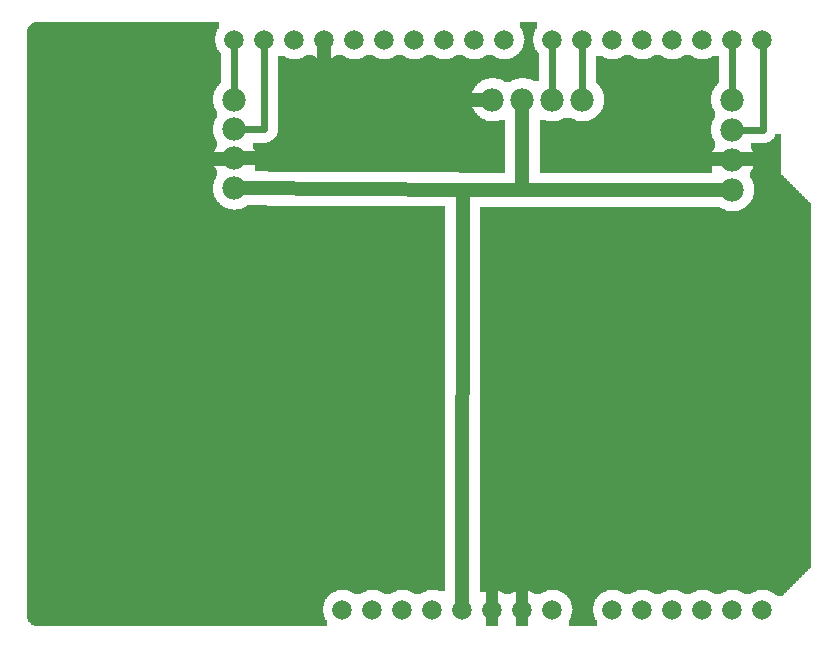
<source format=gbl>
G04 MADE WITH FRITZING*
G04 WWW.FRITZING.ORG*
G04 DOUBLE SIDED*
G04 HOLES PLATED*
G04 CONTOUR ON CENTER OF CONTOUR VECTOR*
%ASAXBY*%
%FSLAX23Y23*%
%MOIN*%
%OFA0B0*%
%SFA1.0B1.0*%
%ADD10C,0.075000*%
%ADD11C,0.065278*%
%ADD12C,0.078000*%
%ADD13C,0.024000*%
%ADD14C,0.048000*%
%LNCOPPER0*%
G90*
G70*
G54D10*
X130Y1983D03*
X965Y1816D03*
X2019Y1866D03*
X2528Y1501D03*
G54D11*
X2101Y103D03*
X2201Y103D03*
X2301Y103D03*
X2401Y103D03*
X2501Y103D03*
X1641Y2003D03*
X1541Y2003D03*
X1441Y2003D03*
X1341Y2003D03*
X1241Y2003D03*
X1141Y2003D03*
X1041Y2003D03*
X941Y2003D03*
X841Y2003D03*
X741Y2003D03*
X2501Y2003D03*
X2401Y2003D03*
X2301Y2003D03*
X2201Y2003D03*
X2101Y2003D03*
X2001Y2003D03*
X1901Y2003D03*
X1801Y2003D03*
X1201Y103D03*
X1101Y103D03*
X1301Y103D03*
X1401Y103D03*
X1501Y103D03*
X1601Y103D03*
X1701Y103D03*
X1801Y103D03*
X2001Y103D03*
G54D12*
X2401Y1803D03*
X2401Y1703D03*
X2401Y1603D03*
X2401Y1503D03*
X1901Y1803D03*
X1801Y1803D03*
X1701Y1803D03*
X1601Y1803D03*
X741Y1508D03*
X741Y1607D03*
X741Y1705D03*
X741Y1803D03*
G54D13*
X2503Y1703D02*
X2420Y1703D01*
D02*
X2502Y1983D02*
X2503Y1703D01*
D02*
X2401Y1822D02*
X2401Y1983D01*
D02*
X1801Y1983D02*
X1801Y1822D01*
D02*
X1901Y1983D02*
X1901Y1822D01*
G54D14*
D02*
X1502Y1503D02*
X2382Y1503D01*
D02*
X1501Y124D02*
X1502Y1503D01*
D02*
X1701Y1503D02*
X1701Y1784D01*
D02*
X2382Y1503D02*
X1701Y1503D01*
D02*
X1502Y1503D02*
X760Y1508D01*
D02*
X1501Y124D02*
X1502Y1503D01*
G54D13*
D02*
X841Y1705D02*
X760Y1705D01*
D02*
X841Y1983D02*
X841Y1705D01*
D02*
X741Y1822D02*
X741Y1983D01*
G54D14*
D02*
X1041Y1607D02*
X1041Y1983D01*
D02*
X760Y1607D02*
X1041Y1607D01*
D02*
X2382Y1604D02*
X2100Y1605D01*
D02*
X2100Y1605D02*
X2050Y1844D01*
D02*
X501Y1605D02*
X722Y1606D01*
D02*
X130Y1982D02*
X501Y1605D01*
D02*
X1601Y1803D02*
X1023Y1800D01*
D02*
X2420Y1604D02*
X2503Y1605D01*
D02*
X2503Y1605D02*
X2551Y1480D01*
G36*
X74Y2061D02*
X74Y2059D01*
X68Y2059D01*
X68Y2057D01*
X66Y2057D01*
X66Y2055D01*
X62Y2055D01*
X62Y2053D01*
X60Y2053D01*
X60Y2051D01*
X58Y2051D01*
X58Y2049D01*
X56Y2049D01*
X56Y2045D01*
X54Y2045D01*
X54Y2043D01*
X52Y2043D01*
X52Y2037D01*
X50Y2037D01*
X50Y1435D01*
X736Y1435D01*
X736Y1437D01*
X724Y1437D01*
X724Y1439D01*
X718Y1439D01*
X718Y1441D01*
X712Y1441D01*
X712Y1443D01*
X708Y1443D01*
X708Y1445D01*
X704Y1445D01*
X704Y1447D01*
X702Y1447D01*
X702Y1449D01*
X698Y1449D01*
X698Y1451D01*
X696Y1451D01*
X696Y1453D01*
X694Y1453D01*
X694Y1455D01*
X692Y1455D01*
X692Y1457D01*
X690Y1457D01*
X690Y1459D01*
X688Y1459D01*
X688Y1461D01*
X686Y1461D01*
X686Y1463D01*
X684Y1463D01*
X684Y1465D01*
X682Y1465D01*
X682Y1469D01*
X680Y1469D01*
X680Y1473D01*
X678Y1473D01*
X678Y1475D01*
X676Y1475D01*
X676Y1479D01*
X674Y1479D01*
X674Y1485D01*
X672Y1485D01*
X672Y1493D01*
X670Y1493D01*
X670Y1523D01*
X672Y1523D01*
X672Y1529D01*
X674Y1529D01*
X674Y1535D01*
X676Y1535D01*
X676Y1539D01*
X678Y1539D01*
X678Y1543D01*
X680Y1543D01*
X680Y1547D01*
X682Y1547D01*
X682Y1567D01*
X680Y1567D01*
X680Y1571D01*
X678Y1571D01*
X678Y1575D01*
X676Y1575D01*
X676Y1579D01*
X674Y1579D01*
X674Y1583D01*
X672Y1583D01*
X672Y1591D01*
X670Y1591D01*
X670Y1621D01*
X672Y1621D01*
X672Y1629D01*
X674Y1629D01*
X674Y1633D01*
X676Y1633D01*
X676Y1639D01*
X678Y1639D01*
X678Y1641D01*
X680Y1641D01*
X680Y1645D01*
X682Y1645D01*
X682Y1665D01*
X680Y1665D01*
X680Y1669D01*
X678Y1669D01*
X678Y1673D01*
X676Y1673D01*
X676Y1677D01*
X674Y1677D01*
X674Y1683D01*
X672Y1683D01*
X672Y1689D01*
X670Y1689D01*
X670Y1719D01*
X672Y1719D01*
X672Y1727D01*
X674Y1727D01*
X674Y1733D01*
X676Y1733D01*
X676Y1737D01*
X678Y1737D01*
X678Y1741D01*
X680Y1741D01*
X680Y1743D01*
X682Y1743D01*
X682Y1765D01*
X680Y1765D01*
X680Y1767D01*
X678Y1767D01*
X678Y1771D01*
X676Y1771D01*
X676Y1775D01*
X674Y1775D01*
X674Y1781D01*
X672Y1781D01*
X672Y1787D01*
X670Y1787D01*
X670Y1819D01*
X672Y1819D01*
X672Y1825D01*
X674Y1825D01*
X674Y1831D01*
X676Y1831D01*
X676Y1835D01*
X678Y1835D01*
X678Y1839D01*
X680Y1839D01*
X680Y1841D01*
X682Y1841D01*
X682Y1845D01*
X684Y1845D01*
X684Y1847D01*
X686Y1847D01*
X686Y1849D01*
X688Y1849D01*
X688Y1853D01*
X690Y1853D01*
X690Y1855D01*
X692Y1855D01*
X692Y1857D01*
X696Y1857D01*
X696Y1957D01*
X694Y1957D01*
X694Y1959D01*
X692Y1959D01*
X692Y1961D01*
X690Y1961D01*
X690Y1963D01*
X688Y1963D01*
X688Y1967D01*
X686Y1967D01*
X686Y1969D01*
X684Y1969D01*
X684Y1973D01*
X682Y1973D01*
X682Y1977D01*
X680Y1977D01*
X680Y1983D01*
X678Y1983D01*
X678Y1991D01*
X676Y1991D01*
X676Y2015D01*
X678Y2015D01*
X678Y2023D01*
X680Y2023D01*
X680Y2029D01*
X682Y2029D01*
X682Y2033D01*
X684Y2033D01*
X684Y2037D01*
X686Y2037D01*
X686Y2039D01*
X688Y2039D01*
X688Y2061D01*
X74Y2061D01*
G37*
D02*
G36*
X784Y1451D02*
X784Y1449D01*
X782Y1449D01*
X782Y1447D01*
X778Y1447D01*
X778Y1445D01*
X774Y1445D01*
X774Y1443D01*
X770Y1443D01*
X770Y1441D01*
X766Y1441D01*
X766Y1439D01*
X760Y1439D01*
X760Y1437D01*
X746Y1437D01*
X746Y1435D01*
X1444Y1435D01*
X1444Y1447D01*
X1168Y1447D01*
X1168Y1449D01*
X850Y1449D01*
X850Y1451D01*
X784Y1451D01*
G37*
D02*
G36*
X50Y1435D02*
X50Y1433D01*
X1444Y1433D01*
X1444Y1435D01*
X50Y1435D01*
G37*
D02*
G36*
X50Y1435D02*
X50Y1433D01*
X1444Y1433D01*
X1444Y1435D01*
X50Y1435D01*
G37*
D02*
G36*
X50Y1433D02*
X50Y169D01*
X1410Y169D01*
X1410Y167D01*
X1420Y167D01*
X1420Y165D01*
X1444Y165D01*
X1444Y1433D01*
X50Y1433D01*
G37*
D02*
G36*
X50Y169D02*
X50Y71D01*
X52Y71D01*
X52Y67D01*
X54Y67D01*
X54Y63D01*
X56Y63D01*
X56Y61D01*
X58Y61D01*
X58Y59D01*
X60Y59D01*
X60Y57D01*
X62Y57D01*
X62Y55D01*
X64Y55D01*
X64Y53D01*
X68Y53D01*
X68Y51D01*
X72Y51D01*
X72Y49D01*
X78Y49D01*
X78Y47D01*
X1048Y47D01*
X1048Y67D01*
X1046Y67D01*
X1046Y69D01*
X1044Y69D01*
X1044Y73D01*
X1042Y73D01*
X1042Y77D01*
X1040Y77D01*
X1040Y83D01*
X1038Y83D01*
X1038Y91D01*
X1036Y91D01*
X1036Y115D01*
X1038Y115D01*
X1038Y123D01*
X1040Y123D01*
X1040Y129D01*
X1042Y129D01*
X1042Y133D01*
X1044Y133D01*
X1044Y137D01*
X1046Y137D01*
X1046Y139D01*
X1048Y139D01*
X1048Y143D01*
X1050Y143D01*
X1050Y145D01*
X1052Y145D01*
X1052Y147D01*
X1054Y147D01*
X1054Y149D01*
X1056Y149D01*
X1056Y151D01*
X1058Y151D01*
X1058Y153D01*
X1060Y153D01*
X1060Y155D01*
X1064Y155D01*
X1064Y157D01*
X1066Y157D01*
X1066Y159D01*
X1070Y159D01*
X1070Y161D01*
X1074Y161D01*
X1074Y163D01*
X1078Y163D01*
X1078Y165D01*
X1084Y165D01*
X1084Y167D01*
X1094Y167D01*
X1094Y169D01*
X50Y169D01*
G37*
D02*
G36*
X1110Y169D02*
X1110Y167D01*
X1120Y167D01*
X1120Y165D01*
X1126Y165D01*
X1126Y163D01*
X1130Y163D01*
X1130Y161D01*
X1134Y161D01*
X1134Y159D01*
X1136Y159D01*
X1136Y157D01*
X1140Y157D01*
X1140Y155D01*
X1164Y155D01*
X1164Y157D01*
X1166Y157D01*
X1166Y159D01*
X1170Y159D01*
X1170Y161D01*
X1174Y161D01*
X1174Y163D01*
X1178Y163D01*
X1178Y165D01*
X1184Y165D01*
X1184Y167D01*
X1194Y167D01*
X1194Y169D01*
X1110Y169D01*
G37*
D02*
G36*
X1210Y169D02*
X1210Y167D01*
X1220Y167D01*
X1220Y165D01*
X1226Y165D01*
X1226Y163D01*
X1230Y163D01*
X1230Y161D01*
X1234Y161D01*
X1234Y159D01*
X1236Y159D01*
X1236Y157D01*
X1240Y157D01*
X1240Y155D01*
X1264Y155D01*
X1264Y157D01*
X1266Y157D01*
X1266Y159D01*
X1270Y159D01*
X1270Y161D01*
X1274Y161D01*
X1274Y163D01*
X1278Y163D01*
X1278Y165D01*
X1284Y165D01*
X1284Y167D01*
X1294Y167D01*
X1294Y169D01*
X1210Y169D01*
G37*
D02*
G36*
X1310Y169D02*
X1310Y167D01*
X1320Y167D01*
X1320Y165D01*
X1326Y165D01*
X1326Y163D01*
X1330Y163D01*
X1330Y161D01*
X1334Y161D01*
X1334Y159D01*
X1336Y159D01*
X1336Y157D01*
X1340Y157D01*
X1340Y155D01*
X1364Y155D01*
X1364Y157D01*
X1366Y157D01*
X1366Y159D01*
X1370Y159D01*
X1370Y161D01*
X1374Y161D01*
X1374Y163D01*
X1378Y163D01*
X1378Y165D01*
X1384Y165D01*
X1384Y167D01*
X1394Y167D01*
X1394Y169D01*
X1310Y169D01*
G37*
D02*
G36*
X1694Y2061D02*
X1694Y2041D01*
X1696Y2041D01*
X1696Y2037D01*
X1698Y2037D01*
X1698Y2035D01*
X1700Y2035D01*
X1700Y2031D01*
X1702Y2031D01*
X1702Y2025D01*
X1704Y2025D01*
X1704Y2019D01*
X1706Y2019D01*
X1706Y2005D01*
X1708Y2005D01*
X1708Y2001D01*
X1706Y2001D01*
X1706Y1987D01*
X1704Y1987D01*
X1704Y1981D01*
X1702Y1981D01*
X1702Y1975D01*
X1700Y1975D01*
X1700Y1971D01*
X1698Y1971D01*
X1698Y1969D01*
X1696Y1969D01*
X1696Y1965D01*
X1694Y1965D01*
X1694Y1963D01*
X1692Y1963D01*
X1692Y1961D01*
X1690Y1961D01*
X1690Y1957D01*
X1688Y1957D01*
X1688Y1955D01*
X1684Y1955D01*
X1684Y1953D01*
X1682Y1953D01*
X1682Y1951D01*
X1680Y1951D01*
X1680Y1949D01*
X1676Y1949D01*
X1676Y1947D01*
X1674Y1947D01*
X1674Y1945D01*
X1670Y1945D01*
X1670Y1943D01*
X1666Y1943D01*
X1666Y1941D01*
X1660Y1941D01*
X1660Y1939D01*
X1650Y1939D01*
X1650Y1937D01*
X1756Y1937D01*
X1756Y1957D01*
X1754Y1957D01*
X1754Y1959D01*
X1752Y1959D01*
X1752Y1961D01*
X1750Y1961D01*
X1750Y1963D01*
X1748Y1963D01*
X1748Y1967D01*
X1746Y1967D01*
X1746Y1969D01*
X1744Y1969D01*
X1744Y1973D01*
X1742Y1973D01*
X1742Y1977D01*
X1740Y1977D01*
X1740Y1983D01*
X1738Y1983D01*
X1738Y1991D01*
X1736Y1991D01*
X1736Y2015D01*
X1738Y2015D01*
X1738Y2023D01*
X1740Y2023D01*
X1740Y2029D01*
X1742Y2029D01*
X1742Y2033D01*
X1744Y2033D01*
X1744Y2037D01*
X1746Y2037D01*
X1746Y2039D01*
X1748Y2039D01*
X1748Y2061D01*
X1694Y2061D01*
G37*
D02*
G36*
X980Y1951D02*
X980Y1949D01*
X976Y1949D01*
X976Y1947D01*
X974Y1947D01*
X974Y1945D01*
X970Y1945D01*
X970Y1943D01*
X966Y1943D01*
X966Y1941D01*
X960Y1941D01*
X960Y1939D01*
X950Y1939D01*
X950Y1937D01*
X1032Y1937D01*
X1032Y1939D01*
X1024Y1939D01*
X1024Y1941D01*
X1018Y1941D01*
X1018Y1943D01*
X1012Y1943D01*
X1012Y1945D01*
X1010Y1945D01*
X1010Y1947D01*
X1006Y1947D01*
X1006Y1949D01*
X1004Y1949D01*
X1004Y1951D01*
X980Y1951D01*
G37*
D02*
G36*
X1080Y1951D02*
X1080Y1949D01*
X1076Y1949D01*
X1076Y1947D01*
X1074Y1947D01*
X1074Y1945D01*
X1070Y1945D01*
X1070Y1943D01*
X1066Y1943D01*
X1066Y1941D01*
X1060Y1941D01*
X1060Y1939D01*
X1050Y1939D01*
X1050Y1937D01*
X1132Y1937D01*
X1132Y1939D01*
X1124Y1939D01*
X1124Y1941D01*
X1118Y1941D01*
X1118Y1943D01*
X1112Y1943D01*
X1112Y1945D01*
X1110Y1945D01*
X1110Y1947D01*
X1106Y1947D01*
X1106Y1949D01*
X1104Y1949D01*
X1104Y1951D01*
X1080Y1951D01*
G37*
D02*
G36*
X1180Y1951D02*
X1180Y1949D01*
X1176Y1949D01*
X1176Y1947D01*
X1174Y1947D01*
X1174Y1945D01*
X1170Y1945D01*
X1170Y1943D01*
X1166Y1943D01*
X1166Y1941D01*
X1160Y1941D01*
X1160Y1939D01*
X1150Y1939D01*
X1150Y1937D01*
X1232Y1937D01*
X1232Y1939D01*
X1224Y1939D01*
X1224Y1941D01*
X1218Y1941D01*
X1218Y1943D01*
X1212Y1943D01*
X1212Y1945D01*
X1210Y1945D01*
X1210Y1947D01*
X1206Y1947D01*
X1206Y1949D01*
X1204Y1949D01*
X1204Y1951D01*
X1180Y1951D01*
G37*
D02*
G36*
X1280Y1951D02*
X1280Y1949D01*
X1276Y1949D01*
X1276Y1947D01*
X1274Y1947D01*
X1274Y1945D01*
X1270Y1945D01*
X1270Y1943D01*
X1266Y1943D01*
X1266Y1941D01*
X1260Y1941D01*
X1260Y1939D01*
X1250Y1939D01*
X1250Y1937D01*
X1332Y1937D01*
X1332Y1939D01*
X1324Y1939D01*
X1324Y1941D01*
X1318Y1941D01*
X1318Y1943D01*
X1312Y1943D01*
X1312Y1945D01*
X1310Y1945D01*
X1310Y1947D01*
X1306Y1947D01*
X1306Y1949D01*
X1304Y1949D01*
X1304Y1951D01*
X1280Y1951D01*
G37*
D02*
G36*
X1380Y1951D02*
X1380Y1949D01*
X1376Y1949D01*
X1376Y1947D01*
X1374Y1947D01*
X1374Y1945D01*
X1370Y1945D01*
X1370Y1943D01*
X1366Y1943D01*
X1366Y1941D01*
X1360Y1941D01*
X1360Y1939D01*
X1350Y1939D01*
X1350Y1937D01*
X1432Y1937D01*
X1432Y1939D01*
X1424Y1939D01*
X1424Y1941D01*
X1418Y1941D01*
X1418Y1943D01*
X1412Y1943D01*
X1412Y1945D01*
X1410Y1945D01*
X1410Y1947D01*
X1406Y1947D01*
X1406Y1949D01*
X1404Y1949D01*
X1404Y1951D01*
X1380Y1951D01*
G37*
D02*
G36*
X1480Y1951D02*
X1480Y1949D01*
X1476Y1949D01*
X1476Y1947D01*
X1474Y1947D01*
X1474Y1945D01*
X1470Y1945D01*
X1470Y1943D01*
X1466Y1943D01*
X1466Y1941D01*
X1460Y1941D01*
X1460Y1939D01*
X1450Y1939D01*
X1450Y1937D01*
X1532Y1937D01*
X1532Y1939D01*
X1524Y1939D01*
X1524Y1941D01*
X1518Y1941D01*
X1518Y1943D01*
X1512Y1943D01*
X1512Y1945D01*
X1510Y1945D01*
X1510Y1947D01*
X1506Y1947D01*
X1506Y1949D01*
X1504Y1949D01*
X1504Y1951D01*
X1480Y1951D01*
G37*
D02*
G36*
X1580Y1951D02*
X1580Y1949D01*
X1576Y1949D01*
X1576Y1947D01*
X1574Y1947D01*
X1574Y1945D01*
X1570Y1945D01*
X1570Y1943D01*
X1566Y1943D01*
X1566Y1941D01*
X1560Y1941D01*
X1560Y1939D01*
X1550Y1939D01*
X1550Y1937D01*
X1632Y1937D01*
X1632Y1939D01*
X1624Y1939D01*
X1624Y1941D01*
X1618Y1941D01*
X1618Y1943D01*
X1612Y1943D01*
X1612Y1945D01*
X1610Y1945D01*
X1610Y1947D01*
X1606Y1947D01*
X1606Y1949D01*
X1604Y1949D01*
X1604Y1951D01*
X1580Y1951D01*
G37*
D02*
G36*
X886Y1949D02*
X886Y1937D01*
X932Y1937D01*
X932Y1939D01*
X924Y1939D01*
X924Y1941D01*
X918Y1941D01*
X918Y1943D01*
X912Y1943D01*
X912Y1945D01*
X910Y1945D01*
X910Y1947D01*
X906Y1947D01*
X906Y1949D01*
X886Y1949D01*
G37*
D02*
G36*
X886Y1937D02*
X886Y1935D01*
X1756Y1935D01*
X1756Y1937D01*
X886Y1937D01*
G37*
D02*
G36*
X886Y1937D02*
X886Y1935D01*
X1756Y1935D01*
X1756Y1937D01*
X886Y1937D01*
G37*
D02*
G36*
X886Y1937D02*
X886Y1935D01*
X1756Y1935D01*
X1756Y1937D01*
X886Y1937D01*
G37*
D02*
G36*
X886Y1937D02*
X886Y1935D01*
X1756Y1935D01*
X1756Y1937D01*
X886Y1937D01*
G37*
D02*
G36*
X886Y1937D02*
X886Y1935D01*
X1756Y1935D01*
X1756Y1937D01*
X886Y1937D01*
G37*
D02*
G36*
X886Y1937D02*
X886Y1935D01*
X1756Y1935D01*
X1756Y1937D01*
X886Y1937D01*
G37*
D02*
G36*
X886Y1937D02*
X886Y1935D01*
X1756Y1935D01*
X1756Y1937D01*
X886Y1937D01*
G37*
D02*
G36*
X886Y1937D02*
X886Y1935D01*
X1756Y1935D01*
X1756Y1937D01*
X886Y1937D01*
G37*
D02*
G36*
X886Y1937D02*
X886Y1935D01*
X1756Y1935D01*
X1756Y1937D01*
X886Y1937D01*
G37*
D02*
G36*
X886Y1935D02*
X886Y1875D01*
X1712Y1875D01*
X1712Y1873D01*
X1722Y1873D01*
X1722Y1871D01*
X1728Y1871D01*
X1728Y1869D01*
X1732Y1869D01*
X1732Y1867D01*
X1736Y1867D01*
X1736Y1865D01*
X1756Y1865D01*
X1756Y1935D01*
X886Y1935D01*
G37*
D02*
G36*
X886Y1875D02*
X886Y1731D01*
X1590Y1731D01*
X1590Y1733D01*
X1580Y1733D01*
X1580Y1735D01*
X1576Y1735D01*
X1576Y1737D01*
X1570Y1737D01*
X1570Y1739D01*
X1566Y1739D01*
X1566Y1741D01*
X1564Y1741D01*
X1564Y1743D01*
X1560Y1743D01*
X1560Y1745D01*
X1558Y1745D01*
X1558Y1747D01*
X1556Y1747D01*
X1556Y1749D01*
X1552Y1749D01*
X1552Y1751D01*
X1550Y1751D01*
X1550Y1753D01*
X1548Y1753D01*
X1548Y1757D01*
X1546Y1757D01*
X1546Y1759D01*
X1544Y1759D01*
X1544Y1761D01*
X1542Y1761D01*
X1542Y1765D01*
X1540Y1765D01*
X1540Y1767D01*
X1538Y1767D01*
X1538Y1771D01*
X1536Y1771D01*
X1536Y1775D01*
X1534Y1775D01*
X1534Y1781D01*
X1532Y1781D01*
X1532Y1789D01*
X1530Y1789D01*
X1530Y1817D01*
X1532Y1817D01*
X1532Y1825D01*
X1534Y1825D01*
X1534Y1831D01*
X1536Y1831D01*
X1536Y1835D01*
X1538Y1835D01*
X1538Y1839D01*
X1540Y1839D01*
X1540Y1841D01*
X1542Y1841D01*
X1542Y1845D01*
X1544Y1845D01*
X1544Y1847D01*
X1546Y1847D01*
X1546Y1849D01*
X1548Y1849D01*
X1548Y1853D01*
X1550Y1853D01*
X1550Y1855D01*
X1552Y1855D01*
X1552Y1857D01*
X1556Y1857D01*
X1556Y1859D01*
X1558Y1859D01*
X1558Y1861D01*
X1560Y1861D01*
X1560Y1863D01*
X1564Y1863D01*
X1564Y1865D01*
X1566Y1865D01*
X1566Y1867D01*
X1570Y1867D01*
X1570Y1869D01*
X1576Y1869D01*
X1576Y1871D01*
X1582Y1871D01*
X1582Y1873D01*
X1590Y1873D01*
X1590Y1875D01*
X886Y1875D01*
G37*
D02*
G36*
X1612Y1875D02*
X1612Y1873D01*
X1622Y1873D01*
X1622Y1871D01*
X1628Y1871D01*
X1628Y1869D01*
X1632Y1869D01*
X1632Y1867D01*
X1636Y1867D01*
X1636Y1865D01*
X1640Y1865D01*
X1640Y1863D01*
X1664Y1863D01*
X1664Y1865D01*
X1666Y1865D01*
X1666Y1867D01*
X1670Y1867D01*
X1670Y1869D01*
X1676Y1869D01*
X1676Y1871D01*
X1682Y1871D01*
X1682Y1873D01*
X1690Y1873D01*
X1690Y1875D01*
X1612Y1875D01*
G37*
D02*
G36*
X1622Y1735D02*
X1622Y1733D01*
X1614Y1733D01*
X1614Y1731D01*
X1644Y1731D01*
X1644Y1735D01*
X1622Y1735D01*
G37*
D02*
G36*
X886Y1731D02*
X886Y1729D01*
X1644Y1729D01*
X1644Y1731D01*
X886Y1731D01*
G37*
D02*
G36*
X886Y1731D02*
X886Y1729D01*
X1644Y1729D01*
X1644Y1731D01*
X886Y1731D01*
G37*
D02*
G36*
X886Y1729D02*
X886Y1693D01*
X884Y1693D01*
X884Y1687D01*
X882Y1687D01*
X882Y1683D01*
X880Y1683D01*
X880Y1679D01*
X878Y1679D01*
X878Y1677D01*
X876Y1677D01*
X876Y1675D01*
X874Y1675D01*
X874Y1673D01*
X872Y1673D01*
X872Y1671D01*
X870Y1671D01*
X870Y1669D01*
X868Y1669D01*
X868Y1667D01*
X864Y1667D01*
X864Y1665D01*
X860Y1665D01*
X860Y1663D01*
X856Y1663D01*
X856Y1661D01*
X848Y1661D01*
X848Y1659D01*
X804Y1659D01*
X804Y1639D01*
X806Y1639D01*
X806Y1635D01*
X808Y1635D01*
X808Y1631D01*
X810Y1631D01*
X810Y1623D01*
X812Y1623D01*
X812Y1613D01*
X814Y1613D01*
X814Y1599D01*
X812Y1599D01*
X812Y1589D01*
X810Y1589D01*
X810Y1565D01*
X852Y1565D01*
X852Y1563D01*
X1170Y1563D01*
X1170Y1561D01*
X1488Y1561D01*
X1488Y1559D01*
X1644Y1559D01*
X1644Y1729D01*
X886Y1729D01*
G37*
D02*
G36*
X2040Y1951D02*
X2040Y1949D01*
X2064Y1949D01*
X2064Y1951D01*
X2040Y1951D01*
G37*
D02*
G36*
X2140Y1951D02*
X2140Y1949D01*
X2136Y1949D01*
X2136Y1947D01*
X2134Y1947D01*
X2134Y1945D01*
X2130Y1945D01*
X2130Y1943D01*
X2126Y1943D01*
X2126Y1941D01*
X2120Y1941D01*
X2120Y1939D01*
X2110Y1939D01*
X2110Y1937D01*
X2192Y1937D01*
X2192Y1939D01*
X2184Y1939D01*
X2184Y1941D01*
X2178Y1941D01*
X2178Y1943D01*
X2172Y1943D01*
X2172Y1945D01*
X2170Y1945D01*
X2170Y1947D01*
X2166Y1947D01*
X2166Y1949D01*
X2164Y1949D01*
X2164Y1951D01*
X2140Y1951D01*
G37*
D02*
G36*
X2240Y1951D02*
X2240Y1949D01*
X2236Y1949D01*
X2236Y1947D01*
X2234Y1947D01*
X2234Y1945D01*
X2230Y1945D01*
X2230Y1943D01*
X2226Y1943D01*
X2226Y1941D01*
X2220Y1941D01*
X2220Y1939D01*
X2210Y1939D01*
X2210Y1937D01*
X2292Y1937D01*
X2292Y1939D01*
X2284Y1939D01*
X2284Y1941D01*
X2278Y1941D01*
X2278Y1943D01*
X2272Y1943D01*
X2272Y1945D01*
X2270Y1945D01*
X2270Y1947D01*
X2266Y1947D01*
X2266Y1949D01*
X2264Y1949D01*
X2264Y1951D01*
X2240Y1951D01*
G37*
D02*
G36*
X1946Y1949D02*
X1946Y1937D01*
X1992Y1937D01*
X1992Y1939D01*
X1984Y1939D01*
X1984Y1941D01*
X1978Y1941D01*
X1978Y1943D01*
X1972Y1943D01*
X1972Y1945D01*
X1970Y1945D01*
X1970Y1947D01*
X1966Y1947D01*
X1966Y1949D01*
X1946Y1949D01*
G37*
D02*
G36*
X2036Y1949D02*
X2036Y1947D01*
X2034Y1947D01*
X2034Y1945D01*
X2030Y1945D01*
X2030Y1943D01*
X2026Y1943D01*
X2026Y1941D01*
X2020Y1941D01*
X2020Y1939D01*
X2010Y1939D01*
X2010Y1937D01*
X2092Y1937D01*
X2092Y1939D01*
X2084Y1939D01*
X2084Y1941D01*
X2078Y1941D01*
X2078Y1943D01*
X2072Y1943D01*
X2072Y1945D01*
X2070Y1945D01*
X2070Y1947D01*
X2066Y1947D01*
X2066Y1949D01*
X2036Y1949D01*
G37*
D02*
G36*
X2336Y1949D02*
X2336Y1947D01*
X2334Y1947D01*
X2334Y1945D01*
X2330Y1945D01*
X2330Y1943D01*
X2326Y1943D01*
X2326Y1941D01*
X2320Y1941D01*
X2320Y1939D01*
X2310Y1939D01*
X2310Y1937D01*
X2356Y1937D01*
X2356Y1949D01*
X2336Y1949D01*
G37*
D02*
G36*
X1946Y1937D02*
X1946Y1935D01*
X2356Y1935D01*
X2356Y1937D01*
X1946Y1937D01*
G37*
D02*
G36*
X1946Y1937D02*
X1946Y1935D01*
X2356Y1935D01*
X2356Y1937D01*
X1946Y1937D01*
G37*
D02*
G36*
X1946Y1937D02*
X1946Y1935D01*
X2356Y1935D01*
X2356Y1937D01*
X1946Y1937D01*
G37*
D02*
G36*
X1946Y1937D02*
X1946Y1935D01*
X2356Y1935D01*
X2356Y1937D01*
X1946Y1937D01*
G37*
D02*
G36*
X1946Y1937D02*
X1946Y1935D01*
X2356Y1935D01*
X2356Y1937D01*
X1946Y1937D01*
G37*
D02*
G36*
X1946Y1935D02*
X1946Y1859D01*
X1948Y1859D01*
X1948Y1857D01*
X1950Y1857D01*
X1950Y1855D01*
X1952Y1855D01*
X1952Y1853D01*
X1954Y1853D01*
X1954Y1851D01*
X1956Y1851D01*
X1956Y1849D01*
X1958Y1849D01*
X1958Y1845D01*
X1960Y1845D01*
X1960Y1843D01*
X1962Y1843D01*
X1962Y1839D01*
X1964Y1839D01*
X1964Y1837D01*
X1966Y1837D01*
X1966Y1833D01*
X1968Y1833D01*
X1968Y1827D01*
X1970Y1827D01*
X1970Y1821D01*
X1972Y1821D01*
X1972Y1811D01*
X1974Y1811D01*
X1974Y1795D01*
X1972Y1795D01*
X1972Y1785D01*
X1970Y1785D01*
X1970Y1779D01*
X1968Y1779D01*
X1968Y1773D01*
X1966Y1773D01*
X1966Y1769D01*
X1964Y1769D01*
X1964Y1767D01*
X1962Y1767D01*
X1962Y1763D01*
X1960Y1763D01*
X1960Y1761D01*
X1958Y1761D01*
X1958Y1757D01*
X1956Y1757D01*
X1956Y1755D01*
X1954Y1755D01*
X1954Y1753D01*
X1952Y1753D01*
X1952Y1751D01*
X1950Y1751D01*
X1950Y1749D01*
X1948Y1749D01*
X1948Y1747D01*
X1946Y1747D01*
X1946Y1745D01*
X1942Y1745D01*
X1942Y1743D01*
X1940Y1743D01*
X1940Y1741D01*
X1936Y1741D01*
X1936Y1739D01*
X1932Y1739D01*
X1932Y1737D01*
X1928Y1737D01*
X1928Y1735D01*
X1922Y1735D01*
X1922Y1733D01*
X1914Y1733D01*
X1914Y1731D01*
X2336Y1731D01*
X2336Y1735D01*
X2338Y1735D01*
X2338Y1739D01*
X2340Y1739D01*
X2340Y1741D01*
X2342Y1741D01*
X2342Y1765D01*
X2340Y1765D01*
X2340Y1767D01*
X2338Y1767D01*
X2338Y1771D01*
X2336Y1771D01*
X2336Y1775D01*
X2334Y1775D01*
X2334Y1781D01*
X2332Y1781D01*
X2332Y1789D01*
X2330Y1789D01*
X2330Y1817D01*
X2332Y1817D01*
X2332Y1825D01*
X2334Y1825D01*
X2334Y1831D01*
X2336Y1831D01*
X2336Y1835D01*
X2338Y1835D01*
X2338Y1839D01*
X2340Y1839D01*
X2340Y1841D01*
X2342Y1841D01*
X2342Y1845D01*
X2344Y1845D01*
X2344Y1847D01*
X2346Y1847D01*
X2346Y1849D01*
X2348Y1849D01*
X2348Y1853D01*
X2350Y1853D01*
X2350Y1855D01*
X2352Y1855D01*
X2352Y1857D01*
X2356Y1857D01*
X2356Y1935D01*
X1946Y1935D01*
G37*
D02*
G36*
X1840Y1743D02*
X1840Y1741D01*
X1836Y1741D01*
X1836Y1739D01*
X1832Y1739D01*
X1832Y1737D01*
X1828Y1737D01*
X1828Y1735D01*
X1822Y1735D01*
X1822Y1733D01*
X1814Y1733D01*
X1814Y1731D01*
X1890Y1731D01*
X1890Y1733D01*
X1880Y1733D01*
X1880Y1735D01*
X1876Y1735D01*
X1876Y1737D01*
X1870Y1737D01*
X1870Y1739D01*
X1866Y1739D01*
X1866Y1741D01*
X1864Y1741D01*
X1864Y1743D01*
X1840Y1743D01*
G37*
D02*
G36*
X1758Y1735D02*
X1758Y1731D01*
X1790Y1731D01*
X1790Y1733D01*
X1780Y1733D01*
X1780Y1735D01*
X1758Y1735D01*
G37*
D02*
G36*
X1758Y1731D02*
X1758Y1729D01*
X2334Y1729D01*
X2334Y1731D01*
X1758Y1731D01*
G37*
D02*
G36*
X1758Y1731D02*
X1758Y1729D01*
X2334Y1729D01*
X2334Y1731D01*
X1758Y1731D01*
G37*
D02*
G36*
X1758Y1731D02*
X1758Y1729D01*
X2334Y1729D01*
X2334Y1731D01*
X1758Y1731D01*
G37*
D02*
G36*
X1758Y1729D02*
X1758Y1559D01*
X2334Y1559D01*
X2334Y1581D01*
X2332Y1581D01*
X2332Y1589D01*
X2330Y1589D01*
X2330Y1617D01*
X2332Y1617D01*
X2332Y1625D01*
X2334Y1625D01*
X2334Y1631D01*
X2336Y1631D01*
X2336Y1635D01*
X2338Y1635D01*
X2338Y1639D01*
X2340Y1639D01*
X2340Y1641D01*
X2342Y1641D01*
X2342Y1665D01*
X2340Y1665D01*
X2340Y1667D01*
X2338Y1667D01*
X2338Y1671D01*
X2336Y1671D01*
X2336Y1675D01*
X2334Y1675D01*
X2334Y1681D01*
X2332Y1681D01*
X2332Y1689D01*
X2330Y1689D01*
X2330Y1717D01*
X2332Y1717D01*
X2332Y1725D01*
X2334Y1725D01*
X2334Y1729D01*
X1758Y1729D01*
G37*
D02*
G36*
X2544Y1689D02*
X2544Y1683D01*
X2542Y1683D01*
X2542Y1679D01*
X2540Y1679D01*
X2540Y1677D01*
X2538Y1677D01*
X2538Y1673D01*
X2536Y1673D01*
X2536Y1671D01*
X2534Y1671D01*
X2534Y1669D01*
X2532Y1669D01*
X2532Y1667D01*
X2528Y1667D01*
X2528Y1665D01*
X2526Y1665D01*
X2526Y1663D01*
X2522Y1663D01*
X2522Y1661D01*
X2516Y1661D01*
X2516Y1659D01*
X2508Y1659D01*
X2508Y1657D01*
X2464Y1657D01*
X2464Y1637D01*
X2466Y1637D01*
X2466Y1633D01*
X2468Y1633D01*
X2468Y1627D01*
X2470Y1627D01*
X2470Y1621D01*
X2472Y1621D01*
X2472Y1611D01*
X2474Y1611D01*
X2474Y1595D01*
X2472Y1595D01*
X2472Y1585D01*
X2470Y1585D01*
X2470Y1579D01*
X2468Y1579D01*
X2468Y1573D01*
X2466Y1573D01*
X2466Y1569D01*
X2464Y1569D01*
X2464Y1567D01*
X2462Y1567D01*
X2462Y1563D01*
X2460Y1563D01*
X2460Y1543D01*
X2462Y1543D01*
X2462Y1539D01*
X2464Y1539D01*
X2464Y1537D01*
X2466Y1537D01*
X2466Y1533D01*
X2468Y1533D01*
X2468Y1527D01*
X2470Y1527D01*
X2470Y1521D01*
X2472Y1521D01*
X2472Y1511D01*
X2474Y1511D01*
X2474Y1495D01*
X2472Y1495D01*
X2472Y1485D01*
X2470Y1485D01*
X2470Y1479D01*
X2468Y1479D01*
X2468Y1473D01*
X2466Y1473D01*
X2466Y1469D01*
X2464Y1469D01*
X2464Y1467D01*
X2462Y1467D01*
X2462Y1463D01*
X2460Y1463D01*
X2460Y1461D01*
X2458Y1461D01*
X2458Y1457D01*
X2456Y1457D01*
X2456Y1455D01*
X2454Y1455D01*
X2454Y1453D01*
X2452Y1453D01*
X2452Y1451D01*
X2450Y1451D01*
X2450Y1449D01*
X2448Y1449D01*
X2448Y1447D01*
X2446Y1447D01*
X2446Y1445D01*
X2442Y1445D01*
X2442Y1443D01*
X2440Y1443D01*
X2440Y1441D01*
X2436Y1441D01*
X2436Y1439D01*
X2432Y1439D01*
X2432Y1437D01*
X2428Y1437D01*
X2428Y1435D01*
X2422Y1435D01*
X2422Y1433D01*
X2414Y1433D01*
X2414Y1431D01*
X2664Y1431D01*
X2664Y1455D01*
X2662Y1455D01*
X2662Y1457D01*
X2660Y1457D01*
X2660Y1459D01*
X2658Y1459D01*
X2658Y1461D01*
X2656Y1461D01*
X2656Y1463D01*
X2654Y1463D01*
X2654Y1465D01*
X2652Y1465D01*
X2652Y1467D01*
X2650Y1467D01*
X2650Y1469D01*
X2648Y1469D01*
X2648Y1471D01*
X2646Y1471D01*
X2646Y1473D01*
X2644Y1473D01*
X2644Y1475D01*
X2642Y1475D01*
X2642Y1477D01*
X2640Y1477D01*
X2640Y1479D01*
X2638Y1479D01*
X2638Y1481D01*
X2636Y1481D01*
X2636Y1483D01*
X2634Y1483D01*
X2634Y1485D01*
X2632Y1485D01*
X2632Y1487D01*
X2630Y1487D01*
X2630Y1489D01*
X2628Y1489D01*
X2628Y1491D01*
X2626Y1491D01*
X2626Y1493D01*
X2624Y1493D01*
X2624Y1495D01*
X2622Y1495D01*
X2622Y1497D01*
X2620Y1497D01*
X2620Y1499D01*
X2618Y1499D01*
X2618Y1501D01*
X2616Y1501D01*
X2616Y1503D01*
X2614Y1503D01*
X2614Y1505D01*
X2612Y1505D01*
X2612Y1507D01*
X2610Y1507D01*
X2610Y1509D01*
X2608Y1509D01*
X2608Y1511D01*
X2606Y1511D01*
X2606Y1513D01*
X2604Y1513D01*
X2604Y1515D01*
X2602Y1515D01*
X2602Y1517D01*
X2600Y1517D01*
X2600Y1519D01*
X2598Y1519D01*
X2598Y1521D01*
X2596Y1521D01*
X2596Y1523D01*
X2594Y1523D01*
X2594Y1525D01*
X2592Y1525D01*
X2592Y1527D01*
X2590Y1527D01*
X2590Y1529D01*
X2588Y1529D01*
X2588Y1531D01*
X2586Y1531D01*
X2586Y1533D01*
X2584Y1533D01*
X2584Y1535D01*
X2582Y1535D01*
X2582Y1537D01*
X2580Y1537D01*
X2580Y1539D01*
X2578Y1539D01*
X2578Y1541D01*
X2576Y1541D01*
X2576Y1543D01*
X2574Y1543D01*
X2574Y1545D01*
X2572Y1545D01*
X2572Y1547D01*
X2570Y1547D01*
X2570Y1549D01*
X2568Y1549D01*
X2568Y1551D01*
X2566Y1551D01*
X2566Y1553D01*
X2564Y1553D01*
X2564Y1689D01*
X2544Y1689D01*
G37*
D02*
G36*
X1558Y1445D02*
X1558Y1431D01*
X2390Y1431D01*
X2390Y1433D01*
X2380Y1433D01*
X2380Y1435D01*
X2376Y1435D01*
X2376Y1437D01*
X2370Y1437D01*
X2370Y1439D01*
X2366Y1439D01*
X2366Y1441D01*
X2364Y1441D01*
X2364Y1443D01*
X2360Y1443D01*
X2360Y1445D01*
X1558Y1445D01*
G37*
D02*
G36*
X1558Y1431D02*
X1558Y1429D01*
X2664Y1429D01*
X2664Y1431D01*
X1558Y1431D01*
G37*
D02*
G36*
X1558Y1431D02*
X1558Y1429D01*
X2664Y1429D01*
X2664Y1431D01*
X1558Y1431D01*
G37*
D02*
G36*
X1558Y1429D02*
X1558Y169D01*
X2510Y169D01*
X2510Y167D01*
X2520Y167D01*
X2520Y165D01*
X2526Y165D01*
X2526Y163D01*
X2530Y163D01*
X2530Y161D01*
X2534Y161D01*
X2534Y159D01*
X2536Y159D01*
X2536Y157D01*
X2540Y157D01*
X2540Y155D01*
X2542Y155D01*
X2542Y153D01*
X2544Y153D01*
X2544Y151D01*
X2548Y151D01*
X2548Y149D01*
X2568Y149D01*
X2568Y151D01*
X2570Y151D01*
X2570Y153D01*
X2572Y153D01*
X2572Y155D01*
X2574Y155D01*
X2574Y157D01*
X2576Y157D01*
X2576Y159D01*
X2578Y159D01*
X2578Y161D01*
X2580Y161D01*
X2580Y163D01*
X2582Y163D01*
X2582Y165D01*
X2584Y165D01*
X2584Y167D01*
X2586Y167D01*
X2586Y169D01*
X2588Y169D01*
X2588Y171D01*
X2590Y171D01*
X2590Y173D01*
X2592Y173D01*
X2592Y175D01*
X2594Y175D01*
X2594Y177D01*
X2596Y177D01*
X2596Y179D01*
X2598Y179D01*
X2598Y181D01*
X2600Y181D01*
X2600Y183D01*
X2602Y183D01*
X2602Y185D01*
X2604Y185D01*
X2604Y187D01*
X2606Y187D01*
X2606Y189D01*
X2608Y189D01*
X2608Y191D01*
X2610Y191D01*
X2610Y193D01*
X2612Y193D01*
X2612Y195D01*
X2614Y195D01*
X2614Y197D01*
X2616Y197D01*
X2616Y199D01*
X2618Y199D01*
X2618Y201D01*
X2620Y201D01*
X2620Y203D01*
X2622Y203D01*
X2622Y205D01*
X2624Y205D01*
X2624Y207D01*
X2626Y207D01*
X2626Y209D01*
X2628Y209D01*
X2628Y211D01*
X2630Y211D01*
X2630Y213D01*
X2632Y213D01*
X2632Y215D01*
X2634Y215D01*
X2634Y217D01*
X2636Y217D01*
X2636Y219D01*
X2638Y219D01*
X2638Y221D01*
X2640Y221D01*
X2640Y223D01*
X2642Y223D01*
X2642Y225D01*
X2644Y225D01*
X2644Y227D01*
X2646Y227D01*
X2646Y229D01*
X2648Y229D01*
X2648Y231D01*
X2650Y231D01*
X2650Y233D01*
X2652Y233D01*
X2652Y235D01*
X2654Y235D01*
X2654Y237D01*
X2656Y237D01*
X2656Y239D01*
X2658Y239D01*
X2658Y241D01*
X2660Y241D01*
X2660Y243D01*
X2662Y243D01*
X2662Y245D01*
X2664Y245D01*
X2664Y1429D01*
X1558Y1429D01*
G37*
D02*
G36*
X1558Y169D02*
X1558Y163D01*
X1578Y163D01*
X1578Y165D01*
X1584Y165D01*
X1584Y167D01*
X1594Y167D01*
X1594Y169D01*
X1558Y169D01*
G37*
D02*
G36*
X1610Y169D02*
X1610Y167D01*
X1620Y167D01*
X1620Y165D01*
X1626Y165D01*
X1626Y163D01*
X1630Y163D01*
X1630Y161D01*
X1634Y161D01*
X1634Y159D01*
X1636Y159D01*
X1636Y157D01*
X1640Y157D01*
X1640Y155D01*
X1664Y155D01*
X1664Y157D01*
X1666Y157D01*
X1666Y159D01*
X1670Y159D01*
X1670Y161D01*
X1672Y161D01*
X1672Y163D01*
X1678Y163D01*
X1678Y165D01*
X1684Y165D01*
X1684Y167D01*
X1694Y167D01*
X1694Y169D01*
X1610Y169D01*
G37*
D02*
G36*
X1710Y169D02*
X1710Y167D01*
X1720Y167D01*
X1720Y165D01*
X1726Y165D01*
X1726Y163D01*
X1730Y163D01*
X1730Y161D01*
X1734Y161D01*
X1734Y159D01*
X1736Y159D01*
X1736Y157D01*
X1740Y157D01*
X1740Y155D01*
X1764Y155D01*
X1764Y157D01*
X1766Y157D01*
X1766Y159D01*
X1770Y159D01*
X1770Y161D01*
X1774Y161D01*
X1774Y163D01*
X1778Y163D01*
X1778Y165D01*
X1784Y165D01*
X1784Y167D01*
X1794Y167D01*
X1794Y169D01*
X1710Y169D01*
G37*
D02*
G36*
X1810Y169D02*
X1810Y167D01*
X1820Y167D01*
X1820Y165D01*
X1826Y165D01*
X1826Y163D01*
X1830Y163D01*
X1830Y161D01*
X1834Y161D01*
X1834Y159D01*
X1836Y159D01*
X1836Y157D01*
X1840Y157D01*
X1840Y155D01*
X1842Y155D01*
X1842Y153D01*
X1844Y153D01*
X1844Y151D01*
X1848Y151D01*
X1848Y149D01*
X1850Y149D01*
X1850Y145D01*
X1852Y145D01*
X1852Y143D01*
X1854Y143D01*
X1854Y141D01*
X1856Y141D01*
X1856Y137D01*
X1858Y137D01*
X1858Y135D01*
X1860Y135D01*
X1860Y131D01*
X1862Y131D01*
X1862Y125D01*
X1864Y125D01*
X1864Y119D01*
X1866Y119D01*
X1866Y105D01*
X1868Y105D01*
X1868Y101D01*
X1866Y101D01*
X1866Y87D01*
X1864Y87D01*
X1864Y81D01*
X1862Y81D01*
X1862Y75D01*
X1860Y75D01*
X1860Y71D01*
X1858Y71D01*
X1858Y69D01*
X1856Y69D01*
X1856Y47D01*
X1948Y47D01*
X1948Y67D01*
X1946Y67D01*
X1946Y69D01*
X1944Y69D01*
X1944Y73D01*
X1942Y73D01*
X1942Y77D01*
X1940Y77D01*
X1940Y83D01*
X1938Y83D01*
X1938Y91D01*
X1936Y91D01*
X1936Y115D01*
X1938Y115D01*
X1938Y123D01*
X1940Y123D01*
X1940Y129D01*
X1942Y129D01*
X1942Y133D01*
X1944Y133D01*
X1944Y137D01*
X1946Y137D01*
X1946Y139D01*
X1948Y139D01*
X1948Y143D01*
X1950Y143D01*
X1950Y145D01*
X1952Y145D01*
X1952Y147D01*
X1954Y147D01*
X1954Y149D01*
X1956Y149D01*
X1956Y151D01*
X1958Y151D01*
X1958Y153D01*
X1960Y153D01*
X1960Y155D01*
X1964Y155D01*
X1964Y157D01*
X1966Y157D01*
X1966Y159D01*
X1970Y159D01*
X1970Y161D01*
X1974Y161D01*
X1974Y163D01*
X1978Y163D01*
X1978Y165D01*
X1984Y165D01*
X1984Y167D01*
X1994Y167D01*
X1994Y169D01*
X1810Y169D01*
G37*
D02*
G36*
X2010Y169D02*
X2010Y167D01*
X2020Y167D01*
X2020Y165D01*
X2026Y165D01*
X2026Y163D01*
X2030Y163D01*
X2030Y161D01*
X2034Y161D01*
X2034Y159D01*
X2036Y159D01*
X2036Y157D01*
X2040Y157D01*
X2040Y155D01*
X2064Y155D01*
X2064Y157D01*
X2066Y157D01*
X2066Y159D01*
X2070Y159D01*
X2070Y161D01*
X2074Y161D01*
X2074Y163D01*
X2078Y163D01*
X2078Y165D01*
X2084Y165D01*
X2084Y167D01*
X2094Y167D01*
X2094Y169D01*
X2010Y169D01*
G37*
D02*
G36*
X2110Y169D02*
X2110Y167D01*
X2120Y167D01*
X2120Y165D01*
X2126Y165D01*
X2126Y163D01*
X2130Y163D01*
X2130Y161D01*
X2134Y161D01*
X2134Y159D01*
X2136Y159D01*
X2136Y157D01*
X2140Y157D01*
X2140Y155D01*
X2164Y155D01*
X2164Y157D01*
X2166Y157D01*
X2166Y159D01*
X2170Y159D01*
X2170Y161D01*
X2172Y161D01*
X2172Y163D01*
X2178Y163D01*
X2178Y165D01*
X2184Y165D01*
X2184Y167D01*
X2194Y167D01*
X2194Y169D01*
X2110Y169D01*
G37*
D02*
G36*
X2210Y169D02*
X2210Y167D01*
X2220Y167D01*
X2220Y165D01*
X2226Y165D01*
X2226Y163D01*
X2230Y163D01*
X2230Y161D01*
X2234Y161D01*
X2234Y159D01*
X2236Y159D01*
X2236Y157D01*
X2240Y157D01*
X2240Y155D01*
X2264Y155D01*
X2264Y157D01*
X2266Y157D01*
X2266Y159D01*
X2270Y159D01*
X2270Y161D01*
X2274Y161D01*
X2274Y163D01*
X2278Y163D01*
X2278Y165D01*
X2284Y165D01*
X2284Y167D01*
X2294Y167D01*
X2294Y169D01*
X2210Y169D01*
G37*
D02*
G36*
X2310Y169D02*
X2310Y167D01*
X2320Y167D01*
X2320Y165D01*
X2326Y165D01*
X2326Y163D01*
X2330Y163D01*
X2330Y161D01*
X2334Y161D01*
X2334Y159D01*
X2336Y159D01*
X2336Y157D01*
X2340Y157D01*
X2340Y155D01*
X2364Y155D01*
X2364Y157D01*
X2366Y157D01*
X2366Y159D01*
X2370Y159D01*
X2370Y161D01*
X2374Y161D01*
X2374Y163D01*
X2378Y163D01*
X2378Y165D01*
X2384Y165D01*
X2384Y167D01*
X2394Y167D01*
X2394Y169D01*
X2310Y169D01*
G37*
D02*
G36*
X2410Y169D02*
X2410Y167D01*
X2420Y167D01*
X2420Y165D01*
X2426Y165D01*
X2426Y163D01*
X2430Y163D01*
X2430Y161D01*
X2434Y161D01*
X2434Y159D01*
X2436Y159D01*
X2436Y157D01*
X2440Y157D01*
X2440Y155D01*
X2464Y155D01*
X2464Y157D01*
X2466Y157D01*
X2466Y159D01*
X2470Y159D01*
X2470Y161D01*
X2474Y161D01*
X2474Y163D01*
X2478Y163D01*
X2478Y165D01*
X2484Y165D01*
X2484Y167D01*
X2494Y167D01*
X2494Y169D01*
X2410Y169D01*
G37*
D02*
G36*
X1581Y173D02*
X1620Y173D01*
X1620Y127D01*
X1581Y127D01*
X1581Y173D01*
G37*
D02*
G36*
X1581Y85D02*
X1620Y85D01*
X1620Y47D01*
X1581Y47D01*
X1581Y85D01*
G37*
D02*
G36*
X1681Y173D02*
X1719Y173D01*
X1719Y127D01*
X1681Y127D01*
X1681Y173D01*
G37*
D02*
G36*
X1681Y85D02*
X1719Y85D01*
X1719Y47D01*
X1681Y47D01*
X1681Y85D01*
G37*
D02*
G04 End of Copper0*
M02*
</source>
